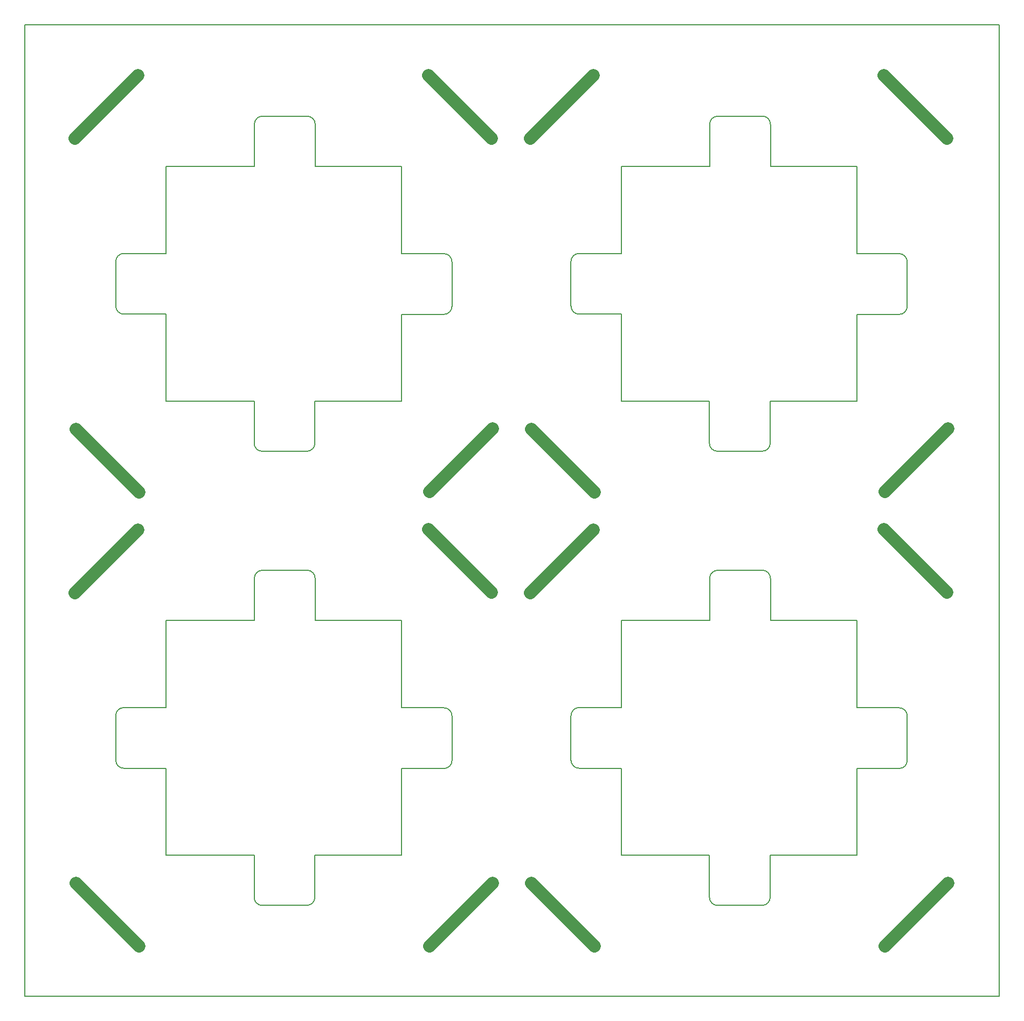
<source format=gko>
G04*
G04 #@! TF.GenerationSoftware,Altium Limited,Altium Designer,18.1.11 (251)*
G04*
G04 Layer_Color=32768*
%FSLAX24Y24*%
%MOIN*%
G70*
G01*
G75*
%ADD10C,0.0079*%
%ADD27C,0.0787*%
D10*
X112516Y117317D02*
X172752D01*
X172752Y177435D02*
X172752Y117317D01*
X112516Y177435D02*
X172752D01*
X112516Y117317D02*
Y177435D01*
X126687Y123428D02*
G03*
X127187Y122928I500J0D01*
G01*
X138422Y131402D02*
G03*
X138922Y131902I0J500D01*
G01*
X130461Y143176D02*
G03*
X129961Y143676I-500J0D01*
G01*
X118128Y131916D02*
G03*
X118628Y131416I500J0D01*
G01*
X118626Y135176D02*
G03*
X118126Y134676I0J-500D01*
G01*
X127201Y143674D02*
G03*
X126701Y143174I0J-500D01*
G01*
X138920Y134662D02*
G03*
X138420Y135162I-500J0D01*
G01*
X129947Y122930D02*
G03*
X130447Y123430I0J500D01*
G01*
Y126038D02*
X135811D01*
X130447Y123430D02*
Y126038D01*
X130461Y140565D02*
X135811D01*
X126701Y140565D02*
Y143174D01*
X118126Y131918D02*
Y134676D01*
X121235Y140565D02*
X126701D01*
X135810Y131402D02*
X138422D01*
X135811Y135162D02*
X138420D01*
X126687Y123428D02*
Y126038D01*
X127203Y143676D02*
X129961D01*
X121237Y135176D02*
Y140565D01*
X138922Y131902D02*
Y134660D01*
X121237Y126038D02*
Y131416D01*
X118628D02*
X121237D01*
X135811Y126038D02*
Y131404D01*
Y135162D02*
Y140565D01*
X121237Y126038D02*
X126687D01*
X130461Y140563D02*
Y143176D01*
X127187Y122928D02*
X129945D01*
X118626Y135176D02*
X121237D01*
X154845Y123428D02*
G03*
X155345Y122928I500J0D01*
G01*
X166580Y131402D02*
G03*
X167080Y131902I0J500D01*
G01*
X158619Y143176D02*
G03*
X158119Y143676I-500J0D01*
G01*
X146286Y131916D02*
G03*
X146786Y131416I500J0D01*
G01*
X146784Y135176D02*
G03*
X146284Y134676I0J-500D01*
G01*
X155359Y143674D02*
G03*
X154859Y143174I0J-500D01*
G01*
X167078Y134662D02*
G03*
X166578Y135162I-500J0D01*
G01*
X158105Y122930D02*
G03*
X158605Y123430I0J500D01*
G01*
Y126038D02*
X163969D01*
X158605Y123430D02*
Y126038D01*
X158619Y140565D02*
X163969D01*
X154859Y140565D02*
Y143174D01*
X146284Y131918D02*
Y134676D01*
X149392Y140565D02*
X154859D01*
X163967Y131402D02*
X166580D01*
X163969Y135162D02*
X166578D01*
X154845Y123428D02*
Y126038D01*
X155361Y143676D02*
X158119D01*
X149394Y135176D02*
Y140565D01*
X167080Y131902D02*
Y134660D01*
X149394Y126038D02*
Y131416D01*
X146786D02*
X149394D01*
X163969Y126038D02*
Y131404D01*
Y135162D02*
Y140565D01*
X149394Y126038D02*
X154845D01*
X158619Y140563D02*
Y143176D01*
X155345Y122928D02*
X158103D01*
X146784Y135176D02*
X149394D01*
X126687Y151538D02*
G03*
X127187Y151038I500J0D01*
G01*
X138422Y159513D02*
G03*
X138922Y160013I0J500D01*
G01*
X130461Y171286D02*
G03*
X129961Y171786I-500J0D01*
G01*
X118128Y160026D02*
G03*
X118628Y159526I500J0D01*
G01*
X118626Y163286D02*
G03*
X118126Y162786I0J-500D01*
G01*
X127201Y171784D02*
G03*
X126701Y171284I0J-500D01*
G01*
X138920Y162772D02*
G03*
X138420Y163272I-500J0D01*
G01*
X129947Y151040D02*
G03*
X130447Y151540I0J500D01*
G01*
Y154148D02*
X135811D01*
X130447Y151540D02*
Y154148D01*
X130461Y168676D02*
X135811D01*
X126701Y168676D02*
Y171284D01*
X118126Y160028D02*
Y162786D01*
X121235Y168676D02*
X126701D01*
X135810Y159513D02*
X138422D01*
X135811Y163272D02*
X138420D01*
X126687Y151538D02*
Y154148D01*
X127203Y171786D02*
X129961D01*
X121237Y163286D02*
Y168676D01*
X138922Y160013D02*
Y162770D01*
X121237Y154148D02*
Y159526D01*
X118628D02*
X121237D01*
X135811Y154148D02*
Y159515D01*
Y163272D02*
Y168676D01*
X121237Y154148D02*
X126687D01*
X130461Y168674D02*
Y171286D01*
X127187Y151038D02*
X129945D01*
X118626Y163286D02*
X121237D01*
X154845Y151538D02*
G03*
X155345Y151038I500J0D01*
G01*
X166580Y159513D02*
G03*
X167080Y160013I0J500D01*
G01*
X158619Y171286D02*
G03*
X158119Y171786I-500J0D01*
G01*
X146286Y160026D02*
G03*
X146786Y159526I500J0D01*
G01*
X146784Y163286D02*
G03*
X146284Y162786I0J-500D01*
G01*
X155359Y171784D02*
G03*
X154859Y171284I0J-500D01*
G01*
X167078Y162772D02*
G03*
X166578Y163272I-500J0D01*
G01*
X158105Y151040D02*
G03*
X158605Y151540I0J500D01*
G01*
Y154148D02*
X163969D01*
X158605Y151540D02*
Y154148D01*
X158619Y168676D02*
X163969D01*
X154859Y168676D02*
Y171284D01*
X146284Y160028D02*
Y162786D01*
X149392Y168676D02*
X154859D01*
X163967Y159513D02*
X166580D01*
X163969Y163272D02*
X166578D01*
X154845Y151538D02*
Y154148D01*
X155361Y171786D02*
X158119D01*
X149394Y163286D02*
Y168676D01*
X167080Y160013D02*
Y162770D01*
X149394Y154148D02*
Y159526D01*
X146786D02*
X149394D01*
X163969Y154148D02*
Y159515D01*
Y163272D02*
Y168676D01*
X149394Y154148D02*
X154845D01*
X158619Y168674D02*
Y171286D01*
X155345Y151038D02*
X158103D01*
X146784Y163286D02*
X149394D01*
D27*
X115605Y142288D02*
X119502Y146185D01*
X137483Y146197D02*
X141380Y142300D01*
X137546Y120420D02*
X141443Y124317D01*
X115666Y124304D02*
X119563Y120406D01*
X143763Y142288D02*
X147660Y146185D01*
X165641Y146197D02*
X169538Y142300D01*
X165704Y120420D02*
X169601Y124317D01*
X143824Y124304D02*
X147721Y120406D01*
X115605Y170399D02*
X119502Y174296D01*
X137483Y174308D02*
X141380Y170410D01*
X137546Y148530D02*
X141443Y152428D01*
X115666Y152414D02*
X119563Y148517D01*
X143763Y170399D02*
X147660Y174296D01*
X165641Y174308D02*
X169538Y170410D01*
X165704Y148530D02*
X169601Y152428D01*
X143824Y152414D02*
X147721Y148517D01*
M02*

</source>
